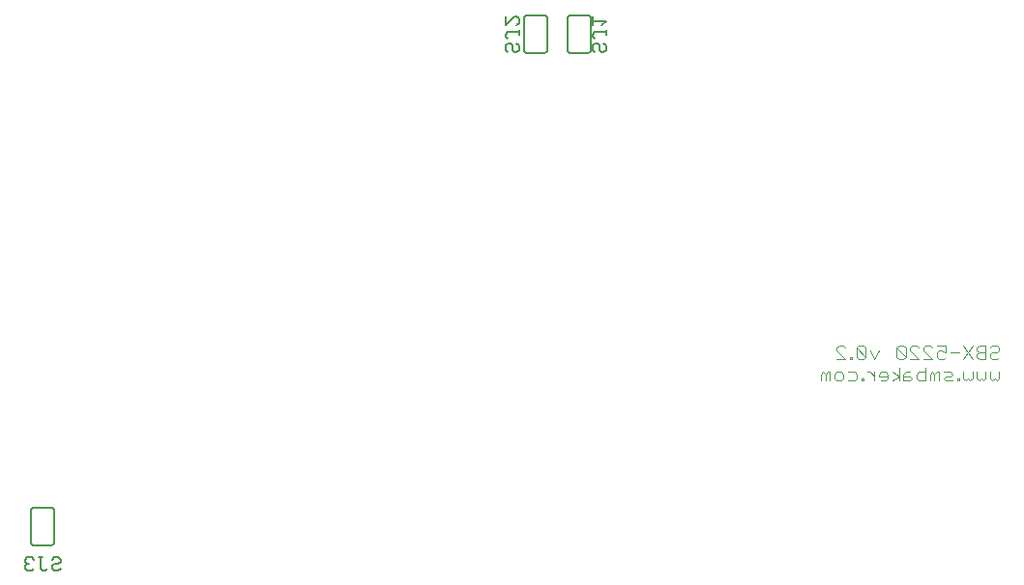
<source format=gbo>
G04 EAGLE Gerber RS-274X export*
G75*
%MOMM*%
%FSLAX34Y34*%
%LPD*%
%INSilkscreen Bottom*%
%IPPOS*%
%AMOC8*
5,1,8,0,0,1.08239X$1,22.5*%
G01*
%ADD10C,0.101600*%
%ADD11C,0.152400*%
%ADD12C,0.127000*%


D10*
X855296Y296003D02*
X857245Y297952D01*
X861143Y297952D01*
X863092Y296003D01*
X863092Y294054D01*
X861143Y292105D01*
X857245Y292105D01*
X855296Y290156D01*
X855296Y288207D01*
X857245Y286258D01*
X861143Y286258D01*
X863092Y288207D01*
X851398Y286258D02*
X851398Y297952D01*
X845551Y297952D01*
X843602Y296003D01*
X843602Y294054D01*
X845551Y292105D01*
X843602Y290156D01*
X843602Y288207D01*
X845551Y286258D01*
X851398Y286258D01*
X851398Y292105D02*
X845551Y292105D01*
X839704Y297952D02*
X831908Y286258D01*
X839704Y286258D02*
X831908Y297952D01*
X828010Y292105D02*
X820214Y292105D01*
X816316Y297952D02*
X808520Y297952D01*
X816316Y297952D02*
X816316Y292105D01*
X812418Y294054D01*
X810469Y294054D01*
X808520Y292105D01*
X808520Y288207D01*
X810469Y286258D01*
X814367Y286258D01*
X816316Y288207D01*
X804622Y286258D02*
X796826Y286258D01*
X804622Y286258D02*
X796826Y294054D01*
X796826Y296003D01*
X798775Y297952D01*
X802673Y297952D01*
X804622Y296003D01*
X792928Y286258D02*
X785132Y286258D01*
X792928Y286258D02*
X785132Y294054D01*
X785132Y296003D01*
X787081Y297952D01*
X790979Y297952D01*
X792928Y296003D01*
X781234Y296003D02*
X781234Y288207D01*
X781234Y296003D02*
X779285Y297952D01*
X775387Y297952D01*
X773438Y296003D01*
X773438Y288207D01*
X775387Y286258D01*
X779285Y286258D01*
X781234Y288207D01*
X773438Y296003D01*
X757846Y294054D02*
X753948Y286258D01*
X750050Y294054D01*
X746152Y296003D02*
X746152Y288207D01*
X746152Y296003D02*
X744203Y297952D01*
X740305Y297952D01*
X738356Y296003D01*
X738356Y288207D01*
X740305Y286258D01*
X744203Y286258D01*
X746152Y288207D01*
X738356Y296003D01*
X734458Y288207D02*
X734458Y286258D01*
X734458Y288207D02*
X732509Y288207D01*
X732509Y286258D01*
X734458Y286258D01*
X728611Y286258D02*
X720815Y286258D01*
X728611Y286258D02*
X720815Y294054D01*
X720815Y296003D01*
X722764Y297952D01*
X726662Y297952D01*
X728611Y296003D01*
X863092Y275004D02*
X863092Y269157D01*
X861143Y267208D01*
X859194Y269157D01*
X857245Y267208D01*
X855296Y269157D01*
X855296Y275004D01*
X851398Y275004D02*
X851398Y269157D01*
X849449Y267208D01*
X847500Y269157D01*
X845551Y267208D01*
X843602Y269157D01*
X843602Y275004D01*
X839704Y275004D02*
X839704Y269157D01*
X837755Y267208D01*
X835806Y269157D01*
X833857Y267208D01*
X831908Y269157D01*
X831908Y275004D01*
X828010Y269157D02*
X828010Y267208D01*
X828010Y269157D02*
X826061Y269157D01*
X826061Y267208D01*
X828010Y267208D01*
X822163Y267208D02*
X816316Y267208D01*
X814367Y269157D01*
X816316Y271106D01*
X820214Y271106D01*
X822163Y273055D01*
X820214Y275004D01*
X814367Y275004D01*
X810469Y275004D02*
X810469Y267208D01*
X810469Y275004D02*
X808520Y275004D01*
X806571Y273055D01*
X806571Y267208D01*
X806571Y273055D02*
X804622Y275004D01*
X802673Y273055D01*
X802673Y267208D01*
X798775Y267208D02*
X798775Y278902D01*
X798775Y267208D02*
X792928Y267208D01*
X790979Y269157D01*
X790979Y273055D01*
X792928Y275004D01*
X798775Y275004D01*
X785132Y275004D02*
X781234Y275004D01*
X779285Y273055D01*
X779285Y267208D01*
X785132Y267208D01*
X787081Y269157D01*
X785132Y271106D01*
X779285Y271106D01*
X775387Y267208D02*
X775387Y278902D01*
X775387Y271106D02*
X769540Y267208D01*
X775387Y271106D02*
X769540Y275004D01*
X763693Y267208D02*
X759795Y267208D01*
X763693Y267208D02*
X765642Y269157D01*
X765642Y273055D01*
X763693Y275004D01*
X759795Y275004D01*
X757846Y273055D01*
X757846Y271106D01*
X765642Y271106D01*
X753948Y267208D02*
X753948Y275004D01*
X753948Y271106D02*
X750050Y275004D01*
X748101Y275004D01*
X744203Y269157D02*
X744203Y267208D01*
X744203Y269157D02*
X742254Y269157D01*
X742254Y267208D01*
X744203Y267208D01*
X736407Y275004D02*
X730560Y275004D01*
X736407Y275004D02*
X738356Y273055D01*
X738356Y269157D01*
X736407Y267208D01*
X730560Y267208D01*
X724713Y267208D02*
X720815Y267208D01*
X718866Y269157D01*
X718866Y273055D01*
X720815Y275004D01*
X724713Y275004D01*
X726662Y273055D01*
X726662Y269157D01*
X724713Y267208D01*
X714968Y267208D02*
X714968Y275004D01*
X713019Y275004D01*
X711070Y273055D01*
X711070Y267208D01*
X711070Y273055D02*
X709121Y275004D01*
X707172Y273055D01*
X707172Y267208D01*
D11*
X485140Y557530D02*
X485140Y585470D01*
X502920Y588010D02*
X503020Y588008D01*
X503119Y588002D01*
X503219Y587992D01*
X503317Y587979D01*
X503416Y587961D01*
X503513Y587940D01*
X503609Y587915D01*
X503705Y587886D01*
X503799Y587853D01*
X503892Y587817D01*
X503983Y587777D01*
X504073Y587733D01*
X504161Y587686D01*
X504247Y587636D01*
X504331Y587582D01*
X504413Y587525D01*
X504492Y587465D01*
X504570Y587401D01*
X504644Y587335D01*
X504716Y587266D01*
X504785Y587194D01*
X504851Y587120D01*
X504915Y587042D01*
X504975Y586963D01*
X505032Y586881D01*
X505086Y586797D01*
X505136Y586711D01*
X505183Y586623D01*
X505227Y586533D01*
X505267Y586442D01*
X505303Y586349D01*
X505336Y586255D01*
X505365Y586159D01*
X505390Y586063D01*
X505411Y585966D01*
X505429Y585867D01*
X505442Y585769D01*
X505452Y585669D01*
X505458Y585570D01*
X505460Y585470D01*
X505460Y557530D02*
X505458Y557430D01*
X505452Y557331D01*
X505442Y557231D01*
X505429Y557133D01*
X505411Y557034D01*
X505390Y556937D01*
X505365Y556841D01*
X505336Y556745D01*
X505303Y556651D01*
X505267Y556558D01*
X505227Y556467D01*
X505183Y556377D01*
X505136Y556289D01*
X505086Y556203D01*
X505032Y556119D01*
X504975Y556037D01*
X504915Y555958D01*
X504851Y555880D01*
X504785Y555806D01*
X504716Y555734D01*
X504644Y555665D01*
X504570Y555599D01*
X504492Y555535D01*
X504413Y555475D01*
X504331Y555418D01*
X504247Y555364D01*
X504161Y555314D01*
X504073Y555267D01*
X503983Y555223D01*
X503892Y555183D01*
X503799Y555147D01*
X503705Y555114D01*
X503609Y555085D01*
X503513Y555060D01*
X503416Y555039D01*
X503317Y555021D01*
X503219Y555008D01*
X503119Y554998D01*
X503020Y554992D01*
X502920Y554990D01*
X487680Y554990D02*
X487580Y554992D01*
X487481Y554998D01*
X487381Y555008D01*
X487283Y555021D01*
X487184Y555039D01*
X487087Y555060D01*
X486991Y555085D01*
X486895Y555114D01*
X486801Y555147D01*
X486708Y555183D01*
X486617Y555223D01*
X486527Y555267D01*
X486439Y555314D01*
X486353Y555364D01*
X486269Y555418D01*
X486187Y555475D01*
X486108Y555535D01*
X486030Y555599D01*
X485956Y555665D01*
X485884Y555734D01*
X485815Y555806D01*
X485749Y555880D01*
X485685Y555958D01*
X485625Y556037D01*
X485568Y556119D01*
X485514Y556203D01*
X485464Y556289D01*
X485417Y556377D01*
X485373Y556467D01*
X485333Y556558D01*
X485297Y556651D01*
X485264Y556745D01*
X485235Y556841D01*
X485210Y556937D01*
X485189Y557034D01*
X485171Y557133D01*
X485158Y557231D01*
X485148Y557331D01*
X485142Y557430D01*
X485140Y557530D01*
X485140Y585470D02*
X485142Y585570D01*
X485148Y585669D01*
X485158Y585769D01*
X485171Y585867D01*
X485189Y585966D01*
X485210Y586063D01*
X485235Y586159D01*
X485264Y586255D01*
X485297Y586349D01*
X485333Y586442D01*
X485373Y586533D01*
X485417Y586623D01*
X485464Y586711D01*
X485514Y586797D01*
X485568Y586881D01*
X485625Y586963D01*
X485685Y587042D01*
X485749Y587120D01*
X485815Y587194D01*
X485884Y587266D01*
X485956Y587335D01*
X486030Y587401D01*
X486108Y587465D01*
X486187Y587525D01*
X486269Y587582D01*
X486353Y587636D01*
X486439Y587686D01*
X486527Y587733D01*
X486617Y587777D01*
X486708Y587817D01*
X486801Y587853D01*
X486895Y587886D01*
X486991Y587915D01*
X487087Y587940D01*
X487184Y587961D01*
X487283Y587979D01*
X487381Y587992D01*
X487481Y588002D01*
X487580Y588008D01*
X487680Y588010D01*
X502920Y588010D01*
X502920Y554990D02*
X487680Y554990D01*
X505460Y557530D02*
X505460Y585470D01*
D12*
X516898Y563252D02*
X518805Y561345D01*
X518805Y557532D01*
X516898Y555625D01*
X514992Y555625D01*
X513085Y557532D01*
X513085Y561345D01*
X511178Y563252D01*
X509272Y563252D01*
X507365Y561345D01*
X507365Y557532D01*
X509272Y555625D01*
X509272Y567319D02*
X507365Y569226D01*
X507365Y571132D01*
X509272Y573039D01*
X518805Y573039D01*
X518805Y574945D02*
X518805Y571132D01*
X514992Y579013D02*
X518805Y582826D01*
X507365Y582826D01*
X507365Y579013D02*
X507365Y586639D01*
D11*
X447040Y585470D02*
X447040Y557530D01*
X467360Y585470D02*
X467358Y585570D01*
X467352Y585669D01*
X467342Y585769D01*
X467329Y585867D01*
X467311Y585966D01*
X467290Y586063D01*
X467265Y586159D01*
X467236Y586255D01*
X467203Y586349D01*
X467167Y586442D01*
X467127Y586533D01*
X467083Y586623D01*
X467036Y586711D01*
X466986Y586797D01*
X466932Y586881D01*
X466875Y586963D01*
X466815Y587042D01*
X466751Y587120D01*
X466685Y587194D01*
X466616Y587266D01*
X466544Y587335D01*
X466470Y587401D01*
X466392Y587465D01*
X466313Y587525D01*
X466231Y587582D01*
X466147Y587636D01*
X466061Y587686D01*
X465973Y587733D01*
X465883Y587777D01*
X465792Y587817D01*
X465699Y587853D01*
X465605Y587886D01*
X465509Y587915D01*
X465413Y587940D01*
X465316Y587961D01*
X465217Y587979D01*
X465119Y587992D01*
X465019Y588002D01*
X464920Y588008D01*
X464820Y588010D01*
X467360Y557530D02*
X467358Y557430D01*
X467352Y557331D01*
X467342Y557231D01*
X467329Y557133D01*
X467311Y557034D01*
X467290Y556937D01*
X467265Y556841D01*
X467236Y556745D01*
X467203Y556651D01*
X467167Y556558D01*
X467127Y556467D01*
X467083Y556377D01*
X467036Y556289D01*
X466986Y556203D01*
X466932Y556119D01*
X466875Y556037D01*
X466815Y555958D01*
X466751Y555880D01*
X466685Y555806D01*
X466616Y555734D01*
X466544Y555665D01*
X466470Y555599D01*
X466392Y555535D01*
X466313Y555475D01*
X466231Y555418D01*
X466147Y555364D01*
X466061Y555314D01*
X465973Y555267D01*
X465883Y555223D01*
X465792Y555183D01*
X465699Y555147D01*
X465605Y555114D01*
X465509Y555085D01*
X465413Y555060D01*
X465316Y555039D01*
X465217Y555021D01*
X465119Y555008D01*
X465019Y554998D01*
X464920Y554992D01*
X464820Y554990D01*
X449580Y554990D02*
X449480Y554992D01*
X449381Y554998D01*
X449281Y555008D01*
X449183Y555021D01*
X449084Y555039D01*
X448987Y555060D01*
X448891Y555085D01*
X448795Y555114D01*
X448701Y555147D01*
X448608Y555183D01*
X448517Y555223D01*
X448427Y555267D01*
X448339Y555314D01*
X448253Y555364D01*
X448169Y555418D01*
X448087Y555475D01*
X448008Y555535D01*
X447930Y555599D01*
X447856Y555665D01*
X447784Y555734D01*
X447715Y555806D01*
X447649Y555880D01*
X447585Y555958D01*
X447525Y556037D01*
X447468Y556119D01*
X447414Y556203D01*
X447364Y556289D01*
X447317Y556377D01*
X447273Y556467D01*
X447233Y556558D01*
X447197Y556651D01*
X447164Y556745D01*
X447135Y556841D01*
X447110Y556937D01*
X447089Y557034D01*
X447071Y557133D01*
X447058Y557231D01*
X447048Y557331D01*
X447042Y557430D01*
X447040Y557530D01*
X447040Y585470D02*
X447042Y585570D01*
X447048Y585669D01*
X447058Y585769D01*
X447071Y585867D01*
X447089Y585966D01*
X447110Y586063D01*
X447135Y586159D01*
X447164Y586255D01*
X447197Y586349D01*
X447233Y586442D01*
X447273Y586533D01*
X447317Y586623D01*
X447364Y586711D01*
X447414Y586797D01*
X447468Y586881D01*
X447525Y586963D01*
X447585Y587042D01*
X447649Y587120D01*
X447715Y587194D01*
X447784Y587266D01*
X447856Y587335D01*
X447930Y587401D01*
X448008Y587465D01*
X448087Y587525D01*
X448169Y587582D01*
X448253Y587636D01*
X448339Y587686D01*
X448427Y587733D01*
X448517Y587777D01*
X448608Y587817D01*
X448701Y587853D01*
X448795Y587886D01*
X448891Y587915D01*
X448987Y587940D01*
X449084Y587961D01*
X449183Y587979D01*
X449281Y587992D01*
X449381Y588002D01*
X449480Y588008D01*
X449580Y588010D01*
X464820Y588010D01*
X464820Y554990D02*
X449580Y554990D01*
X467360Y557530D02*
X467360Y585470D01*
D12*
X442605Y561345D02*
X440698Y563252D01*
X442605Y561345D02*
X442605Y557532D01*
X440698Y555625D01*
X438792Y555625D01*
X436885Y557532D01*
X436885Y561345D01*
X434978Y563252D01*
X433072Y563252D01*
X431165Y561345D01*
X431165Y557532D01*
X433072Y555625D01*
X433072Y567319D02*
X431165Y569226D01*
X431165Y571132D01*
X433072Y573039D01*
X442605Y573039D01*
X442605Y574945D02*
X442605Y571132D01*
X431165Y579013D02*
X431165Y586639D01*
X431165Y579013D02*
X438792Y586639D01*
X440698Y586639D01*
X442605Y584733D01*
X442605Y580920D01*
X440698Y579013D01*
D11*
X15240Y153670D02*
X15240Y125730D01*
X35560Y153670D02*
X35558Y153770D01*
X35552Y153869D01*
X35542Y153969D01*
X35529Y154067D01*
X35511Y154166D01*
X35490Y154263D01*
X35465Y154359D01*
X35436Y154455D01*
X35403Y154549D01*
X35367Y154642D01*
X35327Y154733D01*
X35283Y154823D01*
X35236Y154911D01*
X35186Y154997D01*
X35132Y155081D01*
X35075Y155163D01*
X35015Y155242D01*
X34951Y155320D01*
X34885Y155394D01*
X34816Y155466D01*
X34744Y155535D01*
X34670Y155601D01*
X34592Y155665D01*
X34513Y155725D01*
X34431Y155782D01*
X34347Y155836D01*
X34261Y155886D01*
X34173Y155933D01*
X34083Y155977D01*
X33992Y156017D01*
X33899Y156053D01*
X33805Y156086D01*
X33709Y156115D01*
X33613Y156140D01*
X33516Y156161D01*
X33417Y156179D01*
X33319Y156192D01*
X33219Y156202D01*
X33120Y156208D01*
X33020Y156210D01*
X35560Y125730D02*
X35558Y125630D01*
X35552Y125531D01*
X35542Y125431D01*
X35529Y125333D01*
X35511Y125234D01*
X35490Y125137D01*
X35465Y125041D01*
X35436Y124945D01*
X35403Y124851D01*
X35367Y124758D01*
X35327Y124667D01*
X35283Y124577D01*
X35236Y124489D01*
X35186Y124403D01*
X35132Y124319D01*
X35075Y124237D01*
X35015Y124158D01*
X34951Y124080D01*
X34885Y124006D01*
X34816Y123934D01*
X34744Y123865D01*
X34670Y123799D01*
X34592Y123735D01*
X34513Y123675D01*
X34431Y123618D01*
X34347Y123564D01*
X34261Y123514D01*
X34173Y123467D01*
X34083Y123423D01*
X33992Y123383D01*
X33899Y123347D01*
X33805Y123314D01*
X33709Y123285D01*
X33613Y123260D01*
X33516Y123239D01*
X33417Y123221D01*
X33319Y123208D01*
X33219Y123198D01*
X33120Y123192D01*
X33020Y123190D01*
X17780Y123190D02*
X17680Y123192D01*
X17581Y123198D01*
X17481Y123208D01*
X17383Y123221D01*
X17284Y123239D01*
X17187Y123260D01*
X17091Y123285D01*
X16995Y123314D01*
X16901Y123347D01*
X16808Y123383D01*
X16717Y123423D01*
X16627Y123467D01*
X16539Y123514D01*
X16453Y123564D01*
X16369Y123618D01*
X16287Y123675D01*
X16208Y123735D01*
X16130Y123799D01*
X16056Y123865D01*
X15984Y123934D01*
X15915Y124006D01*
X15849Y124080D01*
X15785Y124158D01*
X15725Y124237D01*
X15668Y124319D01*
X15614Y124403D01*
X15564Y124489D01*
X15517Y124577D01*
X15473Y124667D01*
X15433Y124758D01*
X15397Y124851D01*
X15364Y124945D01*
X15335Y125041D01*
X15310Y125137D01*
X15289Y125234D01*
X15271Y125333D01*
X15258Y125431D01*
X15248Y125531D01*
X15242Y125630D01*
X15240Y125730D01*
X15240Y153670D02*
X15242Y153770D01*
X15248Y153869D01*
X15258Y153969D01*
X15271Y154067D01*
X15289Y154166D01*
X15310Y154263D01*
X15335Y154359D01*
X15364Y154455D01*
X15397Y154549D01*
X15433Y154642D01*
X15473Y154733D01*
X15517Y154823D01*
X15564Y154911D01*
X15614Y154997D01*
X15668Y155081D01*
X15725Y155163D01*
X15785Y155242D01*
X15849Y155320D01*
X15915Y155394D01*
X15984Y155466D01*
X16056Y155535D01*
X16130Y155601D01*
X16208Y155665D01*
X16287Y155725D01*
X16369Y155782D01*
X16453Y155836D01*
X16539Y155886D01*
X16627Y155933D01*
X16717Y155977D01*
X16808Y156017D01*
X16901Y156053D01*
X16995Y156086D01*
X17091Y156115D01*
X17187Y156140D01*
X17284Y156161D01*
X17383Y156179D01*
X17481Y156192D01*
X17581Y156202D01*
X17680Y156208D01*
X17780Y156210D01*
X33020Y156210D01*
X33020Y123190D02*
X17780Y123190D01*
X35560Y125730D02*
X35560Y153670D01*
D12*
X35555Y112405D02*
X33649Y110498D01*
X35555Y112405D02*
X39368Y112405D01*
X41275Y110498D01*
X41275Y108592D01*
X39368Y106685D01*
X35555Y106685D01*
X33649Y104778D01*
X33649Y102872D01*
X35555Y100965D01*
X39368Y100965D01*
X41275Y102872D01*
X29581Y102872D02*
X27674Y100965D01*
X25768Y100965D01*
X23861Y102872D01*
X23861Y112405D01*
X21955Y112405D02*
X25768Y112405D01*
X17887Y110498D02*
X15980Y112405D01*
X12167Y112405D01*
X10261Y110498D01*
X10261Y108592D01*
X12167Y106685D01*
X14074Y106685D01*
X12167Y106685D02*
X10261Y104778D01*
X10261Y102872D01*
X12167Y100965D01*
X15980Y100965D01*
X17887Y102872D01*
M02*

</source>
